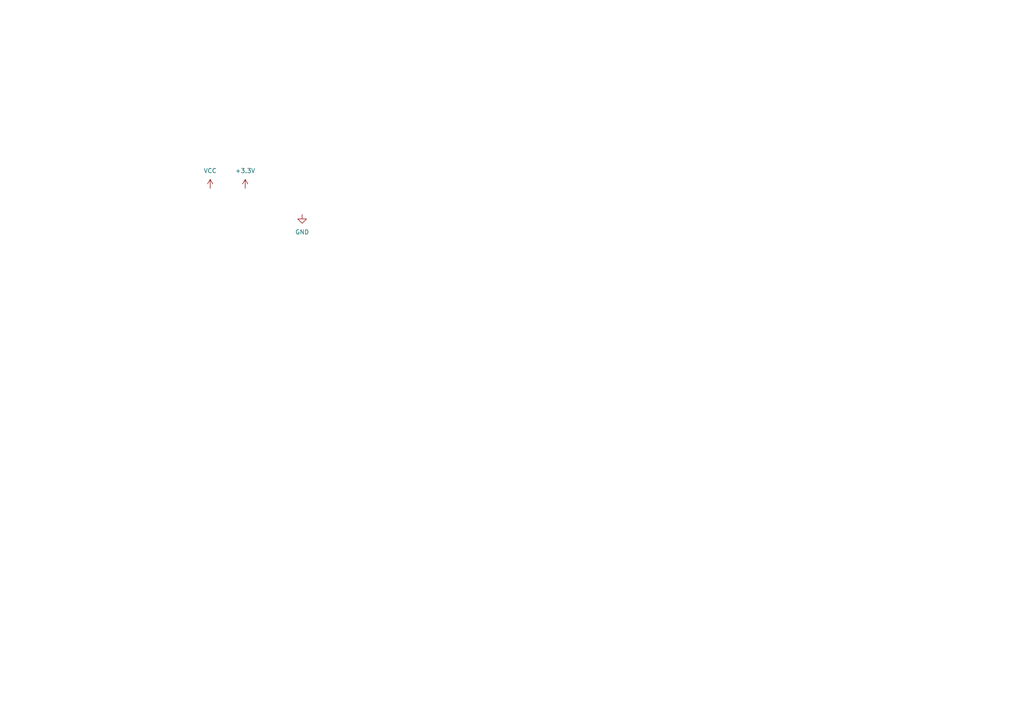
<source format=kicad_sch>
(kicad_sch
	(version 20250114)
	(generator "eeschema")
	(generator_version "9.0")
	(uuid "38576b24-61b9-4287-9069-a48c7cb5a67d")
	(paper "A4")
	(lib_symbols
		(symbol "power:+3.3V"
			(power)
			(pin_numbers
				(hide yes)
			)
			(pin_names
				(offset 0)
				(hide yes)
			)
			(exclude_from_sim no)
			(in_bom yes)
			(on_board yes)
			(property "Reference" "#PWR"
				(at 0 -3.81 0)
				(effects
					(font
						(size 1.27 1.27)
					)
					(hide yes)
				)
			)
			(property "Value" "+3.3V"
				(at 0 3.556 0)
				(effects
					(font
						(size 1.27 1.27)
					)
				)
			)
			(property "Footprint" ""
				(at 0 0 0)
				(effects
					(font
						(size 1.27 1.27)
					)
					(hide yes)
				)
			)
			(property "Datasheet" ""
				(at 0 0 0)
				(effects
					(font
						(size 1.27 1.27)
					)
					(hide yes)
				)
			)
			(property "Description" "Power symbol creates a global label with name \"+3.3V\""
				(at 0 0 0)
				(effects
					(font
						(size 1.27 1.27)
					)
					(hide yes)
				)
			)
			(property "ki_keywords" "global power"
				(at 0 0 0)
				(effects
					(font
						(size 1.27 1.27)
					)
					(hide yes)
				)
			)
			(symbol "+3.3V_0_1"
				(polyline
					(pts
						(xy -0.762 1.27) (xy 0 2.54)
					)
					(stroke
						(width 0)
						(type default)
					)
					(fill
						(type none)
					)
				)
				(polyline
					(pts
						(xy 0 2.54) (xy 0.762 1.27)
					)
					(stroke
						(width 0)
						(type default)
					)
					(fill
						(type none)
					)
				)
				(polyline
					(pts
						(xy 0 0) (xy 0 2.54)
					)
					(stroke
						(width 0)
						(type default)
					)
					(fill
						(type none)
					)
				)
			)
			(symbol "+3.3V_1_1"
				(pin power_in line
					(at 0 0 90)
					(length 0)
					(name "~"
						(effects
							(font
								(size 1.27 1.27)
							)
						)
					)
					(number "1"
						(effects
							(font
								(size 1.27 1.27)
							)
						)
					)
				)
			)
			(embedded_fonts no)
		)
		(symbol "power:GND"
			(power)
			(pin_numbers
				(hide yes)
			)
			(pin_names
				(offset 0)
				(hide yes)
			)
			(exclude_from_sim no)
			(in_bom yes)
			(on_board yes)
			(property "Reference" "#PWR"
				(at 0 -6.35 0)
				(effects
					(font
						(size 1.27 1.27)
					)
					(hide yes)
				)
			)
			(property "Value" "GND"
				(at 0 -3.81 0)
				(effects
					(font
						(size 1.27 1.27)
					)
				)
			)
			(property "Footprint" ""
				(at 0 0 0)
				(effects
					(font
						(size 1.27 1.27)
					)
					(hide yes)
				)
			)
			(property "Datasheet" ""
				(at 0 0 0)
				(effects
					(font
						(size 1.27 1.27)
					)
					(hide yes)
				)
			)
			(property "Description" "Power symbol creates a global label with name \"GND\" , ground"
				(at 0 0 0)
				(effects
					(font
						(size 1.27 1.27)
					)
					(hide yes)
				)
			)
			(property "ki_keywords" "global power"
				(at 0 0 0)
				(effects
					(font
						(size 1.27 1.27)
					)
					(hide yes)
				)
			)
			(symbol "GND_0_1"
				(polyline
					(pts
						(xy 0 0) (xy 0 -1.27) (xy 1.27 -1.27) (xy 0 -2.54) (xy -1.27 -1.27) (xy 0 -1.27)
					)
					(stroke
						(width 0)
						(type default)
					)
					(fill
						(type none)
					)
				)
			)
			(symbol "GND_1_1"
				(pin power_in line
					(at 0 0 270)
					(length 0)
					(name "~"
						(effects
							(font
								(size 1.27 1.27)
							)
						)
					)
					(number "1"
						(effects
							(font
								(size 1.27 1.27)
							)
						)
					)
				)
			)
			(embedded_fonts no)
		)
		(symbol "power:VCC"
			(power)
			(pin_numbers
				(hide yes)
			)
			(pin_names
				(offset 0)
				(hide yes)
			)
			(exclude_from_sim no)
			(in_bom yes)
			(on_board yes)
			(property "Reference" "#PWR"
				(at 0 -3.81 0)
				(effects
					(font
						(size 1.27 1.27)
					)
					(hide yes)
				)
			)
			(property "Value" "VCC"
				(at 0 3.556 0)
				(effects
					(font
						(size 1.27 1.27)
					)
				)
			)
			(property "Footprint" ""
				(at 0 0 0)
				(effects
					(font
						(size 1.27 1.27)
					)
					(hide yes)
				)
			)
			(property "Datasheet" ""
				(at 0 0 0)
				(effects
					(font
						(size 1.27 1.27)
					)
					(hide yes)
				)
			)
			(property "Description" "Power symbol creates a global label with name \"VCC\""
				(at 0 0 0)
				(effects
					(font
						(size 1.27 1.27)
					)
					(hide yes)
				)
			)
			(property "ki_keywords" "global power"
				(at 0 0 0)
				(effects
					(font
						(size 1.27 1.27)
					)
					(hide yes)
				)
			)
			(symbol "VCC_0_1"
				(polyline
					(pts
						(xy -0.762 1.27) (xy 0 2.54)
					)
					(stroke
						(width 0)
						(type default)
					)
					(fill
						(type none)
					)
				)
				(polyline
					(pts
						(xy 0 2.54) (xy 0.762 1.27)
					)
					(stroke
						(width 0)
						(type default)
					)
					(fill
						(type none)
					)
				)
				(polyline
					(pts
						(xy 0 0) (xy 0 2.54)
					)
					(stroke
						(width 0)
						(type default)
					)
					(fill
						(type none)
					)
				)
			)
			(symbol "VCC_1_1"
				(pin power_in line
					(at 0 0 90)
					(length 0)
					(name "~"
						(effects
							(font
								(size 1.27 1.27)
							)
						)
					)
					(number "1"
						(effects
							(font
								(size 1.27 1.27)
							)
						)
					)
				)
			)
			(embedded_fonts no)
		)
	)
	(symbol
		(lib_id "power:VCC")
		(at 60.96 54.61 0)
		(unit 1)
		(exclude_from_sim no)
		(in_bom yes)
		(on_board yes)
		(dnp no)
		(fields_autoplaced yes)
		(uuid "0a35ef7a-fe54-43d1-ad45-6e449c0b1d69")
		(property "Reference" "#PWR05"
			(at 60.96 58.42 0)
			(effects
				(font
					(size 1.27 1.27)
				)
				(hide yes)
			)
		)
		(property "Value" "VCC"
			(at 60.96 49.53 0)
			(effects
				(font
					(size 1.27 1.27)
				)
			)
		)
		(property "Footprint" ""
			(at 60.96 54.61 0)
			(effects
				(font
					(size 1.27 1.27)
				)
				(hide yes)
			)
		)
		(property "Datasheet" ""
			(at 60.96 54.61 0)
			(effects
				(font
					(size 1.27 1.27)
				)
				(hide yes)
			)
		)
		(property "Description" "Power symbol creates a global label with name \"VCC\""
			(at 60.96 54.61 0)
			(effects
				(font
					(size 1.27 1.27)
				)
				(hide yes)
			)
		)
		(pin "1"
			(uuid "3112a714-1e5c-4981-90c4-523bfa17fb3e")
		)
		(instances
			(project ""
				(path "/1b977d99-1d22-4971-9e37-13f65a474bc7/92843db2-7055-464d-8e08-2939042a6347"
					(reference "#PWR05")
					(unit 1)
				)
			)
		)
	)
	(symbol
		(lib_id "power:+3.3V")
		(at 71.12 54.61 0)
		(unit 1)
		(exclude_from_sim no)
		(in_bom yes)
		(on_board yes)
		(dnp no)
		(fields_autoplaced yes)
		(uuid "b9678350-eefb-4761-bdb9-89ec243a7cec")
		(property "Reference" "#PWR07"
			(at 71.12 58.42 0)
			(effects
				(font
					(size 1.27 1.27)
				)
				(hide yes)
			)
		)
		(property "Value" "+3.3V"
			(at 71.12 49.53 0)
			(effects
				(font
					(size 1.27 1.27)
				)
			)
		)
		(property "Footprint" ""
			(at 71.12 54.61 0)
			(effects
				(font
					(size 1.27 1.27)
				)
				(hide yes)
			)
		)
		(property "Datasheet" ""
			(at 71.12 54.61 0)
			(effects
				(font
					(size 1.27 1.27)
				)
				(hide yes)
			)
		)
		(property "Description" "Power symbol creates a global label with name \"+3.3V\""
			(at 71.12 54.61 0)
			(effects
				(font
					(size 1.27 1.27)
				)
				(hide yes)
			)
		)
		(pin "1"
			(uuid "7dc52933-64c2-4db3-bd50-1b1b6f1b8f90")
		)
		(instances
			(project ""
				(path "/1b977d99-1d22-4971-9e37-13f65a474bc7/92843db2-7055-464d-8e08-2939042a6347"
					(reference "#PWR07")
					(unit 1)
				)
			)
		)
	)
	(symbol
		(lib_id "power:GND")
		(at 87.63 62.23 0)
		(unit 1)
		(exclude_from_sim no)
		(in_bom yes)
		(on_board yes)
		(dnp no)
		(fields_autoplaced yes)
		(uuid "ebc2d363-08a6-44a8-b64a-2034f726be86")
		(property "Reference" "#PWR06"
			(at 87.63 68.58 0)
			(effects
				(font
					(size 1.27 1.27)
				)
				(hide yes)
			)
		)
		(property "Value" "GND"
			(at 87.63 67.31 0)
			(effects
				(font
					(size 1.27 1.27)
				)
			)
		)
		(property "Footprint" ""
			(at 87.63 62.23 0)
			(effects
				(font
					(size 1.27 1.27)
				)
				(hide yes)
			)
		)
		(property "Datasheet" ""
			(at 87.63 62.23 0)
			(effects
				(font
					(size 1.27 1.27)
				)
				(hide yes)
			)
		)
		(property "Description" "Power symbol creates a global label with name \"GND\" , ground"
			(at 87.63 62.23 0)
			(effects
				(font
					(size 1.27 1.27)
				)
				(hide yes)
			)
		)
		(pin "1"
			(uuid "69614012-9550-45ba-a552-65b70a1eb193")
		)
		(instances
			(project ""
				(path "/1b977d99-1d22-4971-9e37-13f65a474bc7/92843db2-7055-464d-8e08-2939042a6347"
					(reference "#PWR06")
					(unit 1)
				)
			)
		)
	)
)

</source>
